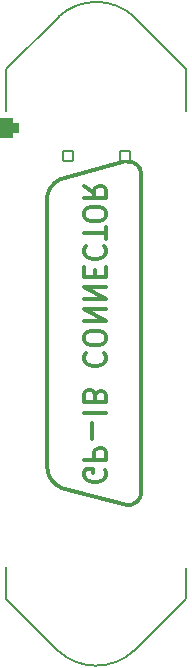
<source format=gbo>
G04 #@! TF.GenerationSoftware,KiCad,Pcbnew,6.0.1-79c1e3a40b~116~ubuntu20.04.1*
G04 #@! TF.CreationDate,2022-01-18T16:33:52+01:00*
G04 #@! TF.ProjectId,Nano_GPIB,4e616e6f-5f47-4504-9942-2e6b69636164,rev?*
G04 #@! TF.SameCoordinates,Original*
G04 #@! TF.FileFunction,Legend,Bot*
G04 #@! TF.FilePolarity,Positive*
%FSLAX46Y46*%
G04 Gerber Fmt 4.6, Leading zero omitted, Abs format (unit mm)*
G04 Created by KiCad (PCBNEW 6.0.1-79c1e3a40b~116~ubuntu20.04.1) date 2022-01-18 16:33:52*
%MOMM*%
%LPD*%
G01*
G04 APERTURE LIST*
G04 Aperture macros list*
%AMRoundRect*
0 Rectangle with rounded corners*
0 $1 Rounding radius*
0 $2 $3 $4 $5 $6 $7 $8 $9 X,Y pos of 4 corners*
0 Add a 4 corners polygon primitive as box body*
4,1,4,$2,$3,$4,$5,$6,$7,$8,$9,$2,$3,0*
0 Add four circle primitives for the rounded corners*
1,1,$1+$1,$2,$3*
1,1,$1+$1,$4,$5*
1,1,$1+$1,$6,$7*
1,1,$1+$1,$8,$9*
0 Add four rect primitives between the rounded corners*
20,1,$1+$1,$2,$3,$4,$5,0*
20,1,$1+$1,$4,$5,$6,$7,0*
20,1,$1+$1,$6,$7,$8,$9,0*
20,1,$1+$1,$8,$9,$2,$3,0*%
G04 Aperture macros list end*
%ADD10C,0.200000*%
%ADD11C,0.300000*%
%ADD12RoundRect,0.051000X0.425000X0.425000X-0.425000X0.425000X-0.425000X-0.425000X0.425000X-0.425000X0*%
%ADD13RoundRect,0.451000X-0.700000X-0.400000X0.700000X-0.400000X0.700000X0.400000X-0.700000X0.400000X0*%
%ADD14O,2.302000X1.902000*%
%ADD15C,6.502000*%
%ADD16C,0.902000*%
G04 APERTURE END LIST*
D10*
X96565300Y-83421000D02*
X96565300Y-79876700D01*
X100935300Y-129116700D02*
G75*
G03*
X107335300Y-129129700I3207007J3443143D01*
G01*
X111805300Y-79889700D02*
X111805300Y-83434000D01*
X107385300Y-75444000D02*
G75*
G03*
X100985300Y-75431000I-3207007J-3443143D01*
G01*
X96565300Y-79851000D02*
X100985300Y-75431000D01*
X111750431Y-122077251D02*
X111755300Y-124684000D01*
X111755300Y-124709700D02*
X107335300Y-129129700D01*
X107385300Y-75444000D02*
X111805300Y-79864000D01*
X96515300Y-124671000D02*
X96511072Y-122036891D01*
X100935300Y-129116700D02*
X96515300Y-124696700D01*
D11*
X104880000Y-113838571D02*
X104965714Y-114010000D01*
X104965714Y-114267142D01*
X104880000Y-114524285D01*
X104708571Y-114695714D01*
X104537142Y-114781428D01*
X104194285Y-114867142D01*
X103937142Y-114867142D01*
X103594285Y-114781428D01*
X103422857Y-114695714D01*
X103251428Y-114524285D01*
X103165714Y-114267142D01*
X103165714Y-114095714D01*
X103251428Y-113838571D01*
X103337142Y-113752857D01*
X103937142Y-113752857D01*
X103937142Y-114095714D01*
X103165714Y-112981428D02*
X104965714Y-112981428D01*
X104965714Y-112295714D01*
X104880000Y-112124285D01*
X104794285Y-112038571D01*
X104622857Y-111952857D01*
X104365714Y-111952857D01*
X104194285Y-112038571D01*
X104108571Y-112124285D01*
X104022857Y-112295714D01*
X104022857Y-112981428D01*
X103851428Y-111181428D02*
X103851428Y-109810000D01*
X103165714Y-108952857D02*
X104965714Y-108952857D01*
X104108571Y-107495714D02*
X104022857Y-107238571D01*
X103937142Y-107152857D01*
X103765714Y-107067142D01*
X103508571Y-107067142D01*
X103337142Y-107152857D01*
X103251428Y-107238571D01*
X103165714Y-107410000D01*
X103165714Y-108095714D01*
X104965714Y-108095714D01*
X104965714Y-107495714D01*
X104880000Y-107324285D01*
X104794285Y-107238571D01*
X104622857Y-107152857D01*
X104451428Y-107152857D01*
X104280000Y-107238571D01*
X104194285Y-107324285D01*
X104108571Y-107495714D01*
X104108571Y-108095714D01*
X103337142Y-103895714D02*
X103251428Y-103981428D01*
X103165714Y-104238571D01*
X103165714Y-104410000D01*
X103251428Y-104667142D01*
X103422857Y-104838571D01*
X103594285Y-104924285D01*
X103937142Y-105010000D01*
X104194285Y-105010000D01*
X104537142Y-104924285D01*
X104708571Y-104838571D01*
X104880000Y-104667142D01*
X104965714Y-104410000D01*
X104965714Y-104238571D01*
X104880000Y-103981428D01*
X104794285Y-103895714D01*
X104965714Y-102781428D02*
X104965714Y-102438571D01*
X104880000Y-102267142D01*
X104708571Y-102095714D01*
X104365714Y-102010000D01*
X103765714Y-102010000D01*
X103422857Y-102095714D01*
X103251428Y-102267142D01*
X103165714Y-102438571D01*
X103165714Y-102781428D01*
X103251428Y-102952857D01*
X103422857Y-103124285D01*
X103765714Y-103210000D01*
X104365714Y-103210000D01*
X104708571Y-103124285D01*
X104880000Y-102952857D01*
X104965714Y-102781428D01*
X103165714Y-101238571D02*
X104965714Y-101238571D01*
X103165714Y-100210000D01*
X104965714Y-100210000D01*
X103165714Y-99352857D02*
X104965714Y-99352857D01*
X103165714Y-98324285D01*
X104965714Y-98324285D01*
X104108571Y-97467142D02*
X104108571Y-96867142D01*
X103165714Y-96610000D02*
X103165714Y-97467142D01*
X104965714Y-97467142D01*
X104965714Y-96610000D01*
X103337142Y-94810000D02*
X103251428Y-94895714D01*
X103165714Y-95152857D01*
X103165714Y-95324285D01*
X103251428Y-95581428D01*
X103422857Y-95752857D01*
X103594285Y-95838571D01*
X103937142Y-95924285D01*
X104194285Y-95924285D01*
X104537142Y-95838571D01*
X104708571Y-95752857D01*
X104880000Y-95581428D01*
X104965714Y-95324285D01*
X104965714Y-95152857D01*
X104880000Y-94895714D01*
X104794285Y-94810000D01*
X104965714Y-94295714D02*
X104965714Y-93267142D01*
X103165714Y-93781428D02*
X104965714Y-93781428D01*
X104965714Y-92324285D02*
X104965714Y-91981428D01*
X104880000Y-91810000D01*
X104708571Y-91638571D01*
X104365714Y-91552857D01*
X103765714Y-91552857D01*
X103422857Y-91638571D01*
X103251428Y-91810000D01*
X103165714Y-91981428D01*
X103165714Y-92324285D01*
X103251428Y-92495714D01*
X103422857Y-92667142D01*
X103765714Y-92752857D01*
X104365714Y-92752857D01*
X104708571Y-92667142D01*
X104880000Y-92495714D01*
X104965714Y-92324285D01*
X103165714Y-89752857D02*
X104022857Y-90352857D01*
X103165714Y-90781428D02*
X104965714Y-90781428D01*
X104965714Y-90095714D01*
X104880000Y-89924285D01*
X104794285Y-89838571D01*
X104622857Y-89752857D01*
X104365714Y-89752857D01*
X104194285Y-89838571D01*
X104108571Y-89924285D01*
X104022857Y-90095714D01*
X104022857Y-90781428D01*
X108000419Y-115748933D02*
X107993140Y-88719731D01*
X101219582Y-115321067D02*
X106740419Y-116778933D01*
X99980419Y-91088933D02*
X100012225Y-113438034D01*
X101199602Y-89156887D02*
X106733140Y-87689731D01*
X106740419Y-116778934D02*
G75*
G03*
X108000419Y-115748933I128307J1128722D01*
G01*
X100012225Y-113438034D02*
G75*
G03*
X101219582Y-115321067I1955825J-74552D01*
G01*
X107993139Y-88719731D02*
G75*
G03*
X106733140Y-87689731I-1131692J-98721D01*
G01*
X101199602Y-89156887D02*
G75*
G03*
X99980419Y-91068933I759261J-1828848D01*
G01*
%LPC*%
D12*
X101773739Y-87248447D03*
D13*
X96433300Y-84899000D03*
D14*
X96433300Y-87439000D03*
X96433300Y-89979000D03*
X96433300Y-92519000D03*
X96433300Y-95059000D03*
X96433300Y-97599000D03*
X96433300Y-100139000D03*
X96433300Y-102679000D03*
X96433300Y-105219000D03*
X96433300Y-107759000D03*
X96433300Y-110299000D03*
X96433300Y-112839000D03*
X96433300Y-115379000D03*
X96433300Y-117919000D03*
X96433300Y-120459000D03*
X111673300Y-120459000D03*
X111673300Y-117919000D03*
X111673300Y-115379000D03*
X111673300Y-112839000D03*
X111673300Y-110299000D03*
X111673300Y-107759000D03*
X111673300Y-105219000D03*
X111673300Y-102679000D03*
X111673300Y-100139000D03*
X111673300Y-97599000D03*
X111673300Y-95059000D03*
X111673300Y-92519000D03*
X111673300Y-89979000D03*
X111673300Y-87439000D03*
X111673300Y-84899000D03*
D15*
X104175300Y-78961000D03*
D16*
X104175300Y-81361000D03*
X102478244Y-77263944D03*
X106575300Y-78961000D03*
X105872356Y-80658056D03*
X104175300Y-76561000D03*
X105872356Y-77263944D03*
X101775300Y-78961000D03*
X102478244Y-80658056D03*
X101825300Y-125741000D03*
X102528244Y-127438056D03*
X102528244Y-124043944D03*
X106625300Y-125741000D03*
X105922356Y-124043944D03*
X104225300Y-123341000D03*
X105922356Y-127438056D03*
X104225300Y-128141000D03*
D15*
X104225300Y-125741000D03*
D12*
X106583739Y-87188447D03*
M02*

</source>
